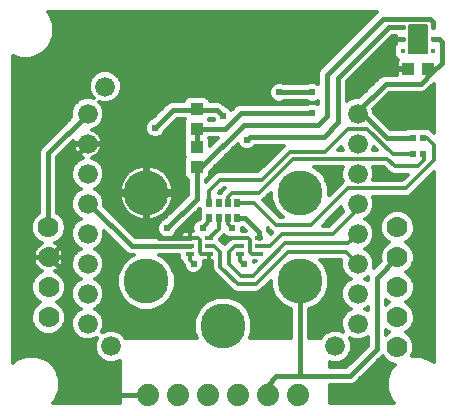
<source format=gtl>
G75*
%MOIN*%
%OFA0B0*%
%FSLAX25Y25*%
%IPPOS*%
%LPD*%
%AMOC8*
5,1,8,0,0,1.08239X$1,22.5*
%
%ADD10C,0.06600*%
%ADD11R,0.04331X0.03937*%
%ADD12C,0.07000*%
%ADD13C,0.15024*%
%ADD14C,0.07400*%
%ADD15R,0.01575X0.01575*%
%ADD16C,0.00500*%
%ADD17R,0.01969X0.02559*%
%ADD18R,0.03150X0.01575*%
%ADD19R,0.02362X0.01969*%
%ADD20C,0.01600*%
%ADD21C,0.01200*%
%ADD22C,0.02387*%
D10*
X0031246Y0032771D03*
X0039002Y0025222D03*
X0031246Y0042771D03*
X0031246Y0052771D03*
X0031246Y0062771D03*
X0031246Y0072771D03*
X0031246Y0082771D03*
X0031246Y0092771D03*
X0031246Y0102771D03*
X0037033Y0111836D03*
X0121246Y0102771D03*
X0121246Y0092771D03*
X0121246Y0082771D03*
X0121246Y0072771D03*
X0121246Y0062771D03*
X0121246Y0052771D03*
X0121246Y0042771D03*
X0121246Y0032771D03*
X0113805Y0025222D03*
D11*
X0067545Y0084868D03*
X0067545Y0091561D03*
X0067545Y0097663D03*
X0067545Y0104356D03*
X0138017Y0117742D03*
X0144710Y0117742D03*
D12*
X0134474Y0064868D03*
X0134474Y0054907D03*
X0134474Y0044907D03*
X0134474Y0034868D03*
X0134435Y0024868D03*
X0018175Y0034868D03*
X0018175Y0044907D03*
X0018175Y0054868D03*
X0018135Y0064907D03*
D13*
X0050813Y0076403D03*
X0050813Y0046876D03*
X0076403Y0032112D03*
X0101994Y0046876D03*
X0101994Y0076403D03*
D14*
X0101403Y0009021D03*
X0091403Y0009021D03*
X0081403Y0009021D03*
X0071403Y0009021D03*
X0061403Y0009021D03*
X0051403Y0009021D03*
D15*
X0136246Y0123647D03*
X0136246Y0127584D03*
X0136246Y0131521D03*
X0146482Y0131521D03*
X0146482Y0127584D03*
X0146482Y0123647D03*
D16*
X0144317Y0123798D02*
X0138411Y0123798D01*
X0138411Y0124296D02*
X0144317Y0124296D01*
X0144317Y0124795D02*
X0138411Y0124795D01*
X0138411Y0125293D02*
X0144317Y0125293D01*
X0144317Y0125792D02*
X0138411Y0125792D01*
X0138411Y0126290D02*
X0144317Y0126290D01*
X0144317Y0126789D02*
X0138411Y0126789D01*
X0138411Y0127287D02*
X0144317Y0127287D01*
X0144317Y0127786D02*
X0138411Y0127786D01*
X0138411Y0128284D02*
X0144317Y0128284D01*
X0144317Y0128783D02*
X0138411Y0128783D01*
X0138411Y0129281D02*
X0144317Y0129281D01*
X0144317Y0129780D02*
X0138411Y0129780D01*
X0138411Y0130278D02*
X0144317Y0130278D01*
X0144317Y0130777D02*
X0138411Y0130777D01*
X0138411Y0131275D02*
X0144317Y0131275D01*
X0144317Y0131774D02*
X0138411Y0131774D01*
X0138411Y0132272D02*
X0144317Y0132272D01*
X0144317Y0132309D02*
X0138411Y0132309D01*
X0138411Y0122860D01*
X0144317Y0122860D01*
X0144317Y0132309D01*
X0144317Y0123299D02*
X0138411Y0123299D01*
D17*
X0081128Y0072958D03*
X0077978Y0072958D03*
X0074828Y0072958D03*
X0071679Y0072958D03*
X0071679Y0068037D03*
X0074828Y0068037D03*
X0077978Y0068037D03*
X0081128Y0068037D03*
D18*
X0082112Y0061246D03*
X0082112Y0058687D03*
X0082112Y0056128D03*
X0088411Y0056128D03*
X0088411Y0058687D03*
X0088411Y0061246D03*
X0071679Y0061246D03*
X0071679Y0058687D03*
X0071679Y0056128D03*
X0065380Y0056128D03*
X0065380Y0058687D03*
X0065380Y0061246D03*
D19*
X0139513Y0089277D03*
X0143057Y0089277D03*
X0143057Y0094789D03*
X0139513Y0094789D03*
D20*
X0130852Y0094789D01*
X0122663Y0102978D01*
X0121039Y0102978D01*
X0121246Y0102771D01*
X0121246Y0103529D01*
X0130537Y0112820D01*
X0139500Y0112820D01*
X0139513Y0112807D01*
X0139526Y0112820D01*
X0142348Y0112820D01*
X0146146Y0116618D01*
X0145022Y0117742D01*
X0144710Y0117742D01*
X0146146Y0116618D02*
X0149238Y0119710D01*
X0149238Y0126600D01*
X0148254Y0127584D01*
X0146482Y0127584D01*
X0146482Y0131521D02*
X0146482Y0133293D01*
X0145301Y0134474D01*
X0129553Y0134474D01*
X0110852Y0115773D01*
X0110852Y0101994D01*
X0107899Y0099041D01*
X0083293Y0099041D01*
X0069120Y0084868D01*
X0067545Y0084868D01*
X0067545Y0074435D01*
X0057702Y0064592D01*
X0055143Y0061246D02*
X0050813Y0065576D01*
X0050813Y0076403D01*
X0050813Y0085261D01*
X0043303Y0092771D01*
X0031246Y0092771D01*
X0025222Y0086748D01*
X0025222Y0061639D01*
X0018450Y0054868D01*
X0018175Y0054868D01*
X0025222Y0047820D01*
X0025222Y0018332D01*
X0034533Y0009021D01*
X0051403Y0009021D01*
X0091167Y0009257D02*
X0091403Y0009021D01*
X0091167Y0009257D02*
X0091167Y0012427D01*
X0094120Y0015380D01*
X0101994Y0015380D01*
X0101994Y0046876D01*
X0088411Y0061246D02*
X0088411Y0063411D01*
X0083785Y0068037D01*
X0081128Y0068037D01*
X0065380Y0061246D02*
X0055143Y0061246D01*
X0045891Y0058687D02*
X0065380Y0058687D01*
X0045891Y0058687D02*
X0031807Y0072771D01*
X0031246Y0072771D01*
X0018135Y0064907D02*
X0018135Y0089661D01*
X0031246Y0102771D01*
X0053765Y0098057D02*
X0059671Y0103962D01*
X0067151Y0103962D01*
X0067545Y0104356D01*
X0067939Y0103962D01*
X0074435Y0103962D01*
X0076403Y0101994D01*
X0076994Y0097663D02*
X0082309Y0102978D01*
X0105931Y0102978D01*
X0105931Y0109868D02*
X0095104Y0109868D01*
X0085261Y0095104D02*
X0084277Y0094120D01*
X0085261Y0095104D02*
X0109868Y0095104D01*
X0114789Y0100025D01*
X0114789Y0114789D01*
X0131521Y0131521D01*
X0136246Y0131521D01*
X0136246Y0127584D02*
X0134474Y0127584D01*
X0131521Y0124631D01*
X0131521Y0117742D01*
X0131488Y0117709D01*
X0126561Y0117709D01*
X0131521Y0117742D02*
X0138017Y0117742D01*
X0076994Y0097663D02*
X0067545Y0097663D01*
X0067545Y0091561D01*
X0127584Y0048017D02*
X0134474Y0054907D01*
X0127584Y0048017D02*
X0127584Y0024238D01*
X0118726Y0015380D01*
X0101994Y0015380D01*
D21*
X0020529Y0007196D02*
X0019533Y0006200D01*
X0041954Y0006200D01*
X0041954Y0020492D01*
X0040096Y0019722D01*
X0037908Y0019722D01*
X0035886Y0020559D01*
X0034339Y0022107D01*
X0033502Y0024128D01*
X0033502Y0026316D01*
X0034220Y0028050D01*
X0032340Y0027271D01*
X0030152Y0027271D01*
X0028130Y0028109D01*
X0026583Y0029656D01*
X0025746Y0031677D01*
X0025746Y0033865D01*
X0026583Y0035887D01*
X0028130Y0037434D01*
X0028945Y0037771D01*
X0028130Y0038109D01*
X0026583Y0039656D01*
X0025746Y0041677D01*
X0025746Y0043865D01*
X0026583Y0045887D01*
X0028130Y0047434D01*
X0028945Y0047771D01*
X0028130Y0048109D01*
X0026583Y0049656D01*
X0025746Y0051677D01*
X0025746Y0053865D01*
X0026583Y0055887D01*
X0028130Y0057434D01*
X0028945Y0057771D01*
X0028130Y0058109D01*
X0026583Y0059656D01*
X0025746Y0061677D01*
X0025746Y0063865D01*
X0026583Y0065887D01*
X0028130Y0067434D01*
X0028945Y0067771D01*
X0028130Y0068109D01*
X0026583Y0069656D01*
X0025746Y0071677D01*
X0025746Y0073865D01*
X0026583Y0075887D01*
X0028130Y0077434D01*
X0028945Y0077771D01*
X0028130Y0078109D01*
X0026583Y0079656D01*
X0025746Y0081677D01*
X0025746Y0083865D01*
X0026583Y0085887D01*
X0028130Y0087434D01*
X0029750Y0088105D01*
X0029365Y0088230D01*
X0028677Y0088580D01*
X0028054Y0089034D01*
X0027508Y0089579D01*
X0027055Y0090203D01*
X0026705Y0090890D01*
X0026466Y0091624D01*
X0026348Y0092371D01*
X0030846Y0092371D01*
X0030846Y0093171D01*
X0026348Y0093171D01*
X0026434Y0093717D01*
X0021135Y0088418D01*
X0021135Y0069834D01*
X0021364Y0069739D01*
X0022968Y0068136D01*
X0023835Y0066041D01*
X0023835Y0063773D01*
X0022968Y0061678D01*
X0021364Y0060075D01*
X0020164Y0059578D01*
X0020848Y0059230D01*
X0021497Y0058758D01*
X0022065Y0058190D01*
X0022537Y0057541D01*
X0022901Y0056825D01*
X0023149Y0056062D01*
X0023275Y0055269D01*
X0023275Y0055154D01*
X0018461Y0055154D01*
X0018461Y0054582D01*
X0023275Y0054582D01*
X0023275Y0054466D01*
X0023149Y0053673D01*
X0022901Y0052910D01*
X0022537Y0052195D01*
X0022065Y0051545D01*
X0021497Y0050978D01*
X0020848Y0050506D01*
X0020267Y0050210D01*
X0021404Y0049739D01*
X0023007Y0048136D01*
X0023875Y0046041D01*
X0023875Y0043773D01*
X0023007Y0041678D01*
X0021404Y0040075D01*
X0020951Y0039887D01*
X0021404Y0039700D01*
X0023007Y0038097D01*
X0023875Y0036002D01*
X0023875Y0033734D01*
X0023007Y0031639D01*
X0021404Y0030035D01*
X0019309Y0029168D01*
X0017041Y0029168D01*
X0014946Y0030035D01*
X0013343Y0031639D01*
X0012475Y0033734D01*
X0012475Y0036002D01*
X0013343Y0038097D01*
X0014946Y0039700D01*
X0015399Y0039887D01*
X0014946Y0040075D01*
X0013343Y0041678D01*
X0012475Y0043773D01*
X0012475Y0046041D01*
X0013343Y0048136D01*
X0014946Y0049739D01*
X0016082Y0050210D01*
X0015502Y0050506D01*
X0014852Y0050978D01*
X0014285Y0051545D01*
X0013813Y0052195D01*
X0013448Y0052910D01*
X0013200Y0053673D01*
X0013075Y0054466D01*
X0013075Y0054582D01*
X0017889Y0054582D01*
X0017889Y0055154D01*
X0013075Y0055154D01*
X0013075Y0055269D01*
X0013200Y0056062D01*
X0013448Y0056825D01*
X0013813Y0057541D01*
X0014285Y0058190D01*
X0014852Y0058758D01*
X0015502Y0059230D01*
X0016150Y0059560D01*
X0014907Y0060075D01*
X0013303Y0061678D01*
X0012435Y0063773D01*
X0012435Y0066041D01*
X0013303Y0068136D01*
X0014907Y0069739D01*
X0015135Y0069834D01*
X0015135Y0090258D01*
X0015592Y0091360D01*
X0025794Y0101562D01*
X0025746Y0101677D01*
X0025746Y0103865D01*
X0026583Y0105887D01*
X0028130Y0107434D01*
X0030152Y0108271D01*
X0032340Y0108271D01*
X0033159Y0107932D01*
X0032370Y0108721D01*
X0031533Y0110742D01*
X0031533Y0112930D01*
X0032370Y0114952D01*
X0033918Y0116499D01*
X0035939Y0117336D01*
X0038127Y0117336D01*
X0040149Y0116499D01*
X0041696Y0114952D01*
X0042533Y0112930D01*
X0042533Y0110742D01*
X0041696Y0108721D01*
X0040149Y0107174D01*
X0038127Y0106336D01*
X0035939Y0106336D01*
X0035119Y0106676D01*
X0035908Y0105887D01*
X0036746Y0103865D01*
X0036746Y0101677D01*
X0035908Y0099656D01*
X0034361Y0098109D01*
X0032741Y0097438D01*
X0033127Y0097312D01*
X0033814Y0096962D01*
X0034438Y0096509D01*
X0034983Y0095963D01*
X0035437Y0095339D01*
X0035787Y0094652D01*
X0036025Y0093919D01*
X0036143Y0093171D01*
X0031646Y0093171D01*
X0031646Y0092371D01*
X0036143Y0092371D01*
X0036025Y0091624D01*
X0035787Y0090890D01*
X0035437Y0090203D01*
X0034983Y0089579D01*
X0034438Y0089034D01*
X0033814Y0088580D01*
X0033127Y0088230D01*
X0032741Y0088105D01*
X0034361Y0087434D01*
X0035908Y0085887D01*
X0036746Y0083865D01*
X0036746Y0081677D01*
X0035908Y0079656D01*
X0034361Y0078109D01*
X0033547Y0077771D01*
X0034361Y0077434D01*
X0035908Y0075887D01*
X0036746Y0073865D01*
X0036746Y0072075D01*
X0047134Y0061687D01*
X0055849Y0061687D01*
X0055780Y0061715D01*
X0054825Y0062670D01*
X0054309Y0063917D01*
X0054309Y0065267D01*
X0054825Y0066514D01*
X0055780Y0067469D01*
X0056730Y0067863D01*
X0064545Y0075677D01*
X0064545Y0080699D01*
X0064468Y0080699D01*
X0063180Y0081988D01*
X0063180Y0087747D01*
X0063646Y0088214D01*
X0063180Y0088681D01*
X0063180Y0094440D01*
X0063351Y0094612D01*
X0063180Y0094783D01*
X0063180Y0100543D01*
X0063599Y0100962D01*
X0060914Y0100962D01*
X0057036Y0097085D01*
X0056642Y0096134D01*
X0055688Y0095180D01*
X0054440Y0094663D01*
X0053090Y0094663D01*
X0051843Y0095180D01*
X0050888Y0096134D01*
X0050372Y0097382D01*
X0050372Y0098732D01*
X0050888Y0099979D01*
X0051843Y0100934D01*
X0052793Y0101327D01*
X0057128Y0105662D01*
X0057971Y0106505D01*
X0059074Y0106962D01*
X0063180Y0106962D01*
X0063180Y0107236D01*
X0064468Y0108524D01*
X0070622Y0108524D01*
X0071910Y0107236D01*
X0071910Y0106962D01*
X0075031Y0106962D01*
X0076134Y0106505D01*
X0076978Y0105662D01*
X0077375Y0105264D01*
X0078326Y0104871D01*
X0079142Y0104054D01*
X0079765Y0104677D01*
X0080609Y0105521D01*
X0081712Y0105978D01*
X0104305Y0105978D01*
X0105256Y0106372D01*
X0106606Y0106372D01*
X0107852Y0105855D01*
X0107852Y0106990D01*
X0106606Y0106474D01*
X0105256Y0106474D01*
X0104305Y0106868D01*
X0096729Y0106868D01*
X0095779Y0106474D01*
X0094429Y0106474D01*
X0093182Y0106991D01*
X0092227Y0107945D01*
X0091710Y0109193D01*
X0091710Y0110543D01*
X0092227Y0111790D01*
X0093182Y0112745D01*
X0094429Y0113261D01*
X0095779Y0113261D01*
X0096729Y0112868D01*
X0104305Y0112868D01*
X0105256Y0113261D01*
X0106606Y0113261D01*
X0107852Y0112745D01*
X0107852Y0116370D01*
X0108309Y0117473D01*
X0127009Y0136173D01*
X0127600Y0136764D01*
X0017895Y0136764D01*
X0018579Y0136080D01*
X0020028Y0132580D01*
X0020028Y0128793D01*
X0018579Y0125293D01*
X0015901Y0122615D01*
X0012401Y0121165D01*
X0008613Y0121165D01*
X0006200Y0122165D01*
X0006200Y0019797D01*
X0007064Y0020661D01*
X0010564Y0022111D01*
X0014351Y0022111D01*
X0017851Y0020661D01*
X0020529Y0017983D01*
X0021979Y0014483D01*
X0021979Y0010695D01*
X0020529Y0007196D01*
X0020599Y0007365D02*
X0041954Y0007365D01*
X0041954Y0008563D02*
X0021096Y0008563D01*
X0021592Y0009762D02*
X0041954Y0009762D01*
X0041954Y0010960D02*
X0021979Y0010960D01*
X0021979Y0012159D02*
X0041954Y0012159D01*
X0041954Y0013358D02*
X0021979Y0013358D01*
X0021949Y0014556D02*
X0041954Y0014556D01*
X0041954Y0015755D02*
X0021452Y0015755D01*
X0020956Y0016953D02*
X0041954Y0016953D01*
X0041954Y0018152D02*
X0020360Y0018152D01*
X0019162Y0019350D02*
X0041954Y0019350D01*
X0035912Y0020549D02*
X0017963Y0020549D01*
X0015229Y0021747D02*
X0034698Y0021747D01*
X0033991Y0022946D02*
X0006200Y0022946D01*
X0006200Y0024144D02*
X0033502Y0024144D01*
X0033502Y0025343D02*
X0006200Y0025343D01*
X0006200Y0026541D02*
X0033595Y0026541D01*
X0033470Y0027740D02*
X0034091Y0027740D01*
X0036027Y0029943D02*
X0036746Y0031677D01*
X0036746Y0033865D01*
X0035908Y0035887D01*
X0034361Y0037434D01*
X0033547Y0037771D01*
X0034361Y0038109D01*
X0035908Y0039656D01*
X0036746Y0041677D01*
X0036746Y0043865D01*
X0035908Y0045887D01*
X0034361Y0047434D01*
X0033547Y0047771D01*
X0034361Y0048109D01*
X0035908Y0049656D01*
X0036746Y0051677D01*
X0036746Y0053865D01*
X0035908Y0055887D01*
X0034361Y0057434D01*
X0033547Y0057771D01*
X0034361Y0058109D01*
X0035908Y0059656D01*
X0036746Y0061677D01*
X0036746Y0063590D01*
X0043348Y0056987D01*
X0044192Y0056143D01*
X0045295Y0055687D01*
X0046706Y0055687D01*
X0045311Y0055109D01*
X0042579Y0052377D01*
X0041101Y0048807D01*
X0041101Y0044944D01*
X0042579Y0041374D01*
X0045311Y0038642D01*
X0048881Y0037164D01*
X0052744Y0037164D01*
X0056314Y0038642D01*
X0059046Y0041374D01*
X0060524Y0044944D01*
X0060524Y0048807D01*
X0059046Y0052377D01*
X0056314Y0055109D01*
X0054919Y0055687D01*
X0061605Y0055687D01*
X0061605Y0054429D01*
X0062580Y0053454D01*
X0062580Y0053405D01*
X0063006Y0052376D01*
X0063167Y0052215D01*
X0063167Y0052106D01*
X0063684Y0050859D01*
X0064638Y0049904D01*
X0065886Y0049387D01*
X0067236Y0049387D01*
X0068483Y0049904D01*
X0069438Y0050859D01*
X0069954Y0052106D01*
X0069954Y0053456D01*
X0069830Y0053757D01*
X0069893Y0053740D01*
X0071679Y0053740D01*
X0072587Y0053740D01*
X0072587Y0051271D01*
X0073014Y0050242D01*
X0079738Y0043518D01*
X0080767Y0043091D01*
X0087787Y0043091D01*
X0088816Y0043518D01*
X0089604Y0044305D01*
X0092282Y0046984D01*
X0092282Y0044944D01*
X0093760Y0041374D01*
X0096492Y0038642D01*
X0098994Y0037606D01*
X0098994Y0028175D01*
X0085284Y0028175D01*
X0086115Y0030180D01*
X0086115Y0034044D01*
X0084636Y0037613D01*
X0081904Y0040345D01*
X0078335Y0041824D01*
X0074471Y0041824D01*
X0070902Y0040345D01*
X0068170Y0037613D01*
X0066691Y0034044D01*
X0066691Y0030180D01*
X0067522Y0028175D01*
X0043732Y0028175D01*
X0043664Y0028338D01*
X0042117Y0029885D01*
X0040096Y0030722D01*
X0037908Y0030722D01*
X0036027Y0029943D01*
X0036108Y0030137D02*
X0036494Y0030137D01*
X0036604Y0031335D02*
X0066691Y0031335D01*
X0066709Y0030137D02*
X0041509Y0030137D01*
X0043064Y0028938D02*
X0067206Y0028938D01*
X0066691Y0032534D02*
X0036746Y0032534D01*
X0036746Y0033732D02*
X0066691Y0033732D01*
X0067059Y0034931D02*
X0036304Y0034931D01*
X0035666Y0036129D02*
X0067555Y0036129D01*
X0068052Y0037328D02*
X0053140Y0037328D01*
X0056034Y0038526D02*
X0069083Y0038526D01*
X0070282Y0039725D02*
X0057396Y0039725D01*
X0058595Y0040923D02*
X0072298Y0040923D01*
X0077539Y0045717D02*
X0060524Y0045717D01*
X0060524Y0046916D02*
X0076340Y0046916D01*
X0075142Y0048114D02*
X0060524Y0048114D01*
X0060315Y0049313D02*
X0073943Y0049313D01*
X0072902Y0050511D02*
X0069090Y0050511D01*
X0069790Y0051710D02*
X0072587Y0051710D01*
X0072587Y0052908D02*
X0069954Y0052908D01*
X0071679Y0053740D02*
X0071679Y0055699D01*
X0071679Y0053740D01*
X0071679Y0054107D02*
X0071679Y0054107D01*
X0071679Y0055305D02*
X0071679Y0055305D01*
X0071679Y0055699D02*
X0071679Y0055699D01*
X0071679Y0056128D02*
X0069120Y0056128D01*
X0068529Y0056718D01*
X0068529Y0060655D01*
X0067939Y0061246D01*
X0065380Y0061246D01*
X0065380Y0064395D01*
X0065576Y0064592D01*
X0066120Y0064893D02*
X0062246Y0064893D01*
X0063187Y0063524D02*
X0062822Y0063313D01*
X0062524Y0063015D01*
X0062314Y0062651D01*
X0062205Y0062244D01*
X0062205Y0061687D01*
X0059556Y0061687D01*
X0059625Y0061715D01*
X0060579Y0062670D01*
X0060973Y0063620D01*
X0068494Y0071142D01*
X0068494Y0070767D01*
X0068764Y0070498D01*
X0068494Y0070228D01*
X0068494Y0067843D01*
X0067591Y0067469D01*
X0066636Y0066514D01*
X0066120Y0065267D01*
X0066120Y0063917D01*
X0066237Y0063633D01*
X0065380Y0063633D01*
X0065380Y0061687D01*
X0065379Y0061687D01*
X0065379Y0063633D01*
X0063594Y0063633D01*
X0063187Y0063524D01*
X0062272Y0062496D02*
X0060406Y0062496D01*
X0061048Y0063695D02*
X0066212Y0063695D01*
X0065379Y0062496D02*
X0065380Y0062496D01*
X0069513Y0064592D02*
X0071482Y0066561D01*
X0071482Y0067840D01*
X0071679Y0068037D01*
X0074828Y0068037D02*
X0074828Y0064395D01*
X0071679Y0061246D01*
X0071679Y0058687D02*
X0073462Y0058687D01*
X0074654Y0057495D01*
X0074654Y0057483D01*
X0075387Y0056750D01*
X0075387Y0051828D01*
X0081324Y0045891D01*
X0087230Y0045891D01*
X0098057Y0056718D01*
X0117299Y0056718D01*
X0121246Y0052771D01*
X0115746Y0052908D02*
X0109695Y0052908D01*
X0110227Y0052377D02*
X0108686Y0053918D01*
X0115768Y0053918D01*
X0115746Y0053865D01*
X0115746Y0051677D01*
X0116583Y0049656D01*
X0118130Y0048109D01*
X0118945Y0047771D01*
X0118130Y0047434D01*
X0116583Y0045887D01*
X0115746Y0043865D01*
X0115746Y0041677D01*
X0116583Y0039656D01*
X0118130Y0038109D01*
X0118945Y0037771D01*
X0118130Y0037434D01*
X0116583Y0035887D01*
X0115746Y0033865D01*
X0115746Y0031677D01*
X0116399Y0030101D01*
X0114899Y0030722D01*
X0112711Y0030722D01*
X0110689Y0029885D01*
X0109142Y0028338D01*
X0109075Y0028175D01*
X0104994Y0028175D01*
X0104994Y0037606D01*
X0107495Y0038642D01*
X0110227Y0041374D01*
X0111705Y0044944D01*
X0111705Y0048807D01*
X0110227Y0052377D01*
X0110503Y0051710D02*
X0115746Y0051710D01*
X0116229Y0050511D02*
X0111000Y0050511D01*
X0111496Y0049313D02*
X0116926Y0049313D01*
X0118124Y0048114D02*
X0111705Y0048114D01*
X0111705Y0046916D02*
X0117612Y0046916D01*
X0116513Y0045717D02*
X0111705Y0045717D01*
X0111529Y0044519D02*
X0116016Y0044519D01*
X0115746Y0043320D02*
X0111033Y0043320D01*
X0110537Y0042122D02*
X0115746Y0042122D01*
X0116058Y0040923D02*
X0109776Y0040923D01*
X0108577Y0039725D02*
X0116554Y0039725D01*
X0117713Y0038526D02*
X0107215Y0038526D01*
X0104994Y0037328D02*
X0118024Y0037328D01*
X0116825Y0036129D02*
X0104994Y0036129D01*
X0104994Y0034931D02*
X0116187Y0034931D01*
X0115746Y0033732D02*
X0104994Y0033732D01*
X0104994Y0032534D02*
X0115746Y0032534D01*
X0115887Y0031335D02*
X0104994Y0031335D01*
X0104994Y0030137D02*
X0111298Y0030137D01*
X0109743Y0028938D02*
X0104994Y0028938D01*
X0098994Y0028938D02*
X0085601Y0028938D01*
X0086097Y0030137D02*
X0098994Y0030137D01*
X0098994Y0031335D02*
X0086115Y0031335D01*
X0086115Y0032534D02*
X0098994Y0032534D01*
X0098994Y0033732D02*
X0086115Y0033732D01*
X0085748Y0034931D02*
X0098994Y0034931D01*
X0098994Y0036129D02*
X0085251Y0036129D01*
X0084755Y0037328D02*
X0098994Y0037328D01*
X0096773Y0038526D02*
X0083723Y0038526D01*
X0082525Y0039725D02*
X0095410Y0039725D01*
X0094211Y0040923D02*
X0080509Y0040923D01*
X0080215Y0043320D02*
X0059852Y0043320D01*
X0059355Y0042122D02*
X0093451Y0042122D01*
X0092954Y0043320D02*
X0088340Y0043320D01*
X0089817Y0044519D02*
X0092458Y0044519D01*
X0092282Y0045717D02*
X0091016Y0045717D01*
X0092214Y0046916D02*
X0092282Y0046916D01*
X0086246Y0048844D02*
X0097072Y0059671D01*
X0118145Y0059671D01*
X0121246Y0062771D01*
X0125154Y0058901D02*
X0130407Y0058901D01*
X0129642Y0058136D02*
X0131245Y0059739D01*
X0131603Y0059887D01*
X0131245Y0060035D01*
X0129642Y0061639D01*
X0128774Y0063734D01*
X0128774Y0066002D01*
X0129642Y0068097D01*
X0131245Y0069700D01*
X0133340Y0070568D01*
X0135608Y0070568D01*
X0137703Y0069700D01*
X0139306Y0068097D01*
X0140174Y0066002D01*
X0140174Y0063734D01*
X0139306Y0061639D01*
X0137703Y0060035D01*
X0137345Y0059887D01*
X0137703Y0059739D01*
X0139306Y0058136D01*
X0140174Y0056041D01*
X0140174Y0053773D01*
X0139306Y0051678D01*
X0137703Y0050075D01*
X0137298Y0049907D01*
X0137703Y0049739D01*
X0139306Y0048136D01*
X0140174Y0046041D01*
X0140174Y0043773D01*
X0139306Y0041678D01*
X0137703Y0040075D01*
X0137250Y0039887D01*
X0137703Y0039700D01*
X0139306Y0038097D01*
X0140174Y0036002D01*
X0140174Y0033734D01*
X0139306Y0031639D01*
X0137703Y0030035D01*
X0137278Y0029860D01*
X0137663Y0029700D01*
X0139267Y0028097D01*
X0140135Y0026002D01*
X0140135Y0023734D01*
X0139462Y0022111D01*
X0142304Y0022111D01*
X0145804Y0020661D01*
X0146606Y0019858D01*
X0146606Y0083269D01*
X0139630Y0076293D01*
X0138843Y0075506D01*
X0137814Y0075080D01*
X0126243Y0075080D01*
X0126746Y0073865D01*
X0126746Y0071677D01*
X0125908Y0069656D01*
X0124361Y0068109D01*
X0123547Y0067771D01*
X0124361Y0067434D01*
X0125908Y0065887D01*
X0126746Y0063865D01*
X0126746Y0061677D01*
X0125908Y0059656D01*
X0124361Y0058109D01*
X0123547Y0057771D01*
X0124361Y0057434D01*
X0125908Y0055887D01*
X0126746Y0053865D01*
X0126746Y0051677D01*
X0126565Y0051240D01*
X0128869Y0053545D01*
X0128774Y0053773D01*
X0128774Y0056041D01*
X0129642Y0058136D01*
X0129462Y0057702D02*
X0123713Y0057702D01*
X0125291Y0056504D02*
X0128966Y0056504D01*
X0128774Y0055305D02*
X0126149Y0055305D01*
X0126646Y0054107D02*
X0128774Y0054107D01*
X0128233Y0052908D02*
X0126746Y0052908D01*
X0126746Y0051710D02*
X0127034Y0051710D01*
X0124584Y0048332D02*
X0124584Y0047211D01*
X0124361Y0047434D01*
X0123547Y0047771D01*
X0124361Y0048109D01*
X0124584Y0048332D01*
X0124584Y0048114D02*
X0124367Y0048114D01*
X0130584Y0040736D02*
X0131245Y0040075D01*
X0131698Y0039887D01*
X0131245Y0039700D01*
X0130584Y0039039D01*
X0130584Y0040736D01*
X0130584Y0039725D02*
X0131305Y0039725D01*
X0137643Y0039725D02*
X0146606Y0039725D01*
X0146606Y0040923D02*
X0138551Y0040923D01*
X0139490Y0042122D02*
X0146606Y0042122D01*
X0146606Y0043320D02*
X0139986Y0043320D01*
X0140174Y0044519D02*
X0146606Y0044519D01*
X0146606Y0045717D02*
X0140174Y0045717D01*
X0139812Y0046916D02*
X0146606Y0046916D01*
X0146606Y0048114D02*
X0139315Y0048114D01*
X0138129Y0049313D02*
X0146606Y0049313D01*
X0146606Y0050511D02*
X0138139Y0050511D01*
X0139319Y0051710D02*
X0146606Y0051710D01*
X0146606Y0052908D02*
X0139816Y0052908D01*
X0140174Y0054107D02*
X0146606Y0054107D01*
X0146606Y0055305D02*
X0140174Y0055305D01*
X0139982Y0056504D02*
X0146606Y0056504D01*
X0146606Y0057702D02*
X0139486Y0057702D01*
X0138541Y0058901D02*
X0146606Y0058901D01*
X0146606Y0060099D02*
X0137767Y0060099D01*
X0138965Y0061298D02*
X0146606Y0061298D01*
X0146606Y0062496D02*
X0139661Y0062496D01*
X0140158Y0063695D02*
X0146606Y0063695D01*
X0146606Y0064893D02*
X0140174Y0064893D01*
X0140137Y0066092D02*
X0146606Y0066092D01*
X0146606Y0067291D02*
X0139640Y0067291D01*
X0138914Y0068489D02*
X0146606Y0068489D01*
X0146606Y0069688D02*
X0137715Y0069688D01*
X0139017Y0075680D02*
X0146606Y0075680D01*
X0146606Y0074482D02*
X0126490Y0074482D01*
X0126746Y0073283D02*
X0146606Y0073283D01*
X0146606Y0072085D02*
X0126746Y0072085D01*
X0126418Y0070886D02*
X0146606Y0070886D01*
X0146606Y0076879D02*
X0140216Y0076879D01*
X0141414Y0078077D02*
X0146606Y0078077D01*
X0146606Y0079276D02*
X0142613Y0079276D01*
X0143811Y0080474D02*
X0146606Y0080474D01*
X0146606Y0081673D02*
X0145010Y0081673D01*
X0146208Y0082871D02*
X0146606Y0082871D01*
X0146606Y0087229D02*
X0137257Y0077880D01*
X0117988Y0077880D01*
X0105685Y0065576D01*
X0094120Y0065576D01*
X0086738Y0072958D01*
X0081128Y0072958D01*
X0077978Y0072958D02*
X0077978Y0075025D01*
X0079356Y0076403D01*
X0088214Y0076403D01*
X0099533Y0087722D01*
X0131029Y0087722D01*
X0133490Y0085261D01*
X0141364Y0085261D01*
X0143332Y0087230D01*
X0143332Y0089002D01*
X0143057Y0089277D01*
X0139513Y0089277D02*
X0139435Y0089198D01*
X0132998Y0089198D01*
X0124385Y0097811D01*
X0117988Y0097811D01*
X0110360Y0090183D01*
X0098549Y0090183D01*
X0089198Y0080832D01*
X0075419Y0080832D01*
X0071679Y0077092D01*
X0071679Y0072958D01*
X0068494Y0070886D02*
X0068239Y0070886D01*
X0068494Y0069688D02*
X0067040Y0069688D01*
X0065842Y0068489D02*
X0068494Y0068489D01*
X0067412Y0067291D02*
X0064643Y0067291D01*
X0063445Y0066092D02*
X0066461Y0066092D01*
X0060952Y0072085D02*
X0058841Y0072085D01*
X0059002Y0072364D02*
X0059459Y0073468D01*
X0059768Y0074622D01*
X0059924Y0075803D01*
X0051413Y0075803D01*
X0051413Y0077003D01*
X0059924Y0077003D01*
X0059768Y0078185D01*
X0059459Y0079338D01*
X0059002Y0080442D01*
X0058405Y0081476D01*
X0057678Y0082424D01*
X0056833Y0083268D01*
X0055886Y0083996D01*
X0054851Y0084593D01*
X0053748Y0085050D01*
X0052594Y0085359D01*
X0051413Y0085515D01*
X0051413Y0077003D01*
X0050213Y0077003D01*
X0050213Y0085515D01*
X0049031Y0085359D01*
X0047877Y0085050D01*
X0046774Y0084593D01*
X0045739Y0083996D01*
X0044792Y0083268D01*
X0043947Y0082424D01*
X0043220Y0081476D01*
X0042623Y0080442D01*
X0042166Y0079338D01*
X0041857Y0078185D01*
X0041701Y0077003D01*
X0050213Y0077003D01*
X0050213Y0075803D01*
X0051413Y0075803D01*
X0051413Y0067292D01*
X0052594Y0067447D01*
X0053748Y0067756D01*
X0054851Y0068213D01*
X0055886Y0068811D01*
X0056833Y0069538D01*
X0057678Y0070382D01*
X0058405Y0071330D01*
X0059002Y0072364D01*
X0059383Y0073283D02*
X0062151Y0073283D01*
X0063349Y0074482D02*
X0059731Y0074482D01*
X0059908Y0075680D02*
X0064545Y0075680D01*
X0064545Y0076879D02*
X0051413Y0076879D01*
X0051413Y0078077D02*
X0050213Y0078077D01*
X0050213Y0076879D02*
X0034916Y0076879D01*
X0034285Y0078077D02*
X0041843Y0078077D01*
X0042149Y0079276D02*
X0035528Y0079276D01*
X0036247Y0080474D02*
X0042642Y0080474D01*
X0043371Y0081673D02*
X0036744Y0081673D01*
X0036746Y0082871D02*
X0044395Y0082871D01*
X0045868Y0084070D02*
X0036661Y0084070D01*
X0036165Y0085268D02*
X0048692Y0085268D01*
X0050213Y0085268D02*
X0051413Y0085268D01*
X0051413Y0084070D02*
X0050213Y0084070D01*
X0050213Y0082871D02*
X0051413Y0082871D01*
X0051413Y0081673D02*
X0050213Y0081673D01*
X0050213Y0080474D02*
X0051413Y0080474D01*
X0051413Y0079276D02*
X0050213Y0079276D01*
X0050213Y0075803D02*
X0041701Y0075803D01*
X0041857Y0074622D01*
X0042166Y0073468D01*
X0042623Y0072364D01*
X0043220Y0071330D01*
X0043947Y0070382D01*
X0044792Y0069538D01*
X0045739Y0068811D01*
X0046774Y0068213D01*
X0047877Y0067756D01*
X0049031Y0067447D01*
X0050213Y0067292D01*
X0050213Y0075803D01*
X0050213Y0075680D02*
X0051413Y0075680D01*
X0051413Y0074482D02*
X0050213Y0074482D01*
X0050213Y0073283D02*
X0051413Y0073283D01*
X0051413Y0072085D02*
X0050213Y0072085D01*
X0050213Y0070886D02*
X0051413Y0070886D01*
X0051413Y0069688D02*
X0050213Y0069688D01*
X0050213Y0068489D02*
X0051413Y0068489D01*
X0055329Y0068489D02*
X0057357Y0068489D01*
X0056983Y0069688D02*
X0058555Y0069688D01*
X0058064Y0070886D02*
X0059754Y0070886D01*
X0055601Y0067291D02*
X0041530Y0067291D01*
X0040332Y0068489D02*
X0046297Y0068489D01*
X0044642Y0069688D02*
X0039133Y0069688D01*
X0037935Y0070886D02*
X0043561Y0070886D01*
X0042785Y0072085D02*
X0036746Y0072085D01*
X0036746Y0073283D02*
X0042242Y0073283D01*
X0041894Y0074482D02*
X0036490Y0074482D01*
X0035994Y0075680D02*
X0041717Y0075680D01*
X0042729Y0066092D02*
X0054650Y0066092D01*
X0054309Y0064893D02*
X0043927Y0064893D01*
X0045126Y0063695D02*
X0054401Y0063695D01*
X0054999Y0062496D02*
X0046324Y0062496D01*
X0042633Y0057702D02*
X0033713Y0057702D01*
X0035154Y0058901D02*
X0041434Y0058901D01*
X0040236Y0060099D02*
X0036092Y0060099D01*
X0036589Y0061298D02*
X0039037Y0061298D01*
X0037839Y0062496D02*
X0036746Y0062496D01*
X0035291Y0056504D02*
X0043831Y0056504D01*
X0045786Y0055305D02*
X0036149Y0055305D01*
X0036646Y0054107D02*
X0044309Y0054107D01*
X0043111Y0052908D02*
X0036746Y0052908D01*
X0036746Y0051710D02*
X0042303Y0051710D01*
X0041807Y0050511D02*
X0036263Y0050511D01*
X0035565Y0049313D02*
X0041310Y0049313D01*
X0041101Y0048114D02*
X0034367Y0048114D01*
X0034879Y0046916D02*
X0041101Y0046916D01*
X0041101Y0045717D02*
X0035979Y0045717D01*
X0036475Y0044519D02*
X0041277Y0044519D01*
X0041773Y0043320D02*
X0036746Y0043320D01*
X0036746Y0042122D02*
X0042270Y0042122D01*
X0043030Y0040923D02*
X0036433Y0040923D01*
X0035937Y0039725D02*
X0044229Y0039725D01*
X0045591Y0038526D02*
X0034779Y0038526D01*
X0034467Y0037328D02*
X0048485Y0037328D01*
X0060348Y0044519D02*
X0078737Y0044519D01*
X0082309Y0048844D02*
X0086246Y0048844D01*
X0082309Y0048844D02*
X0078372Y0052781D01*
X0078372Y0056718D01*
X0079137Y0057483D01*
X0079137Y0057495D01*
X0080329Y0058687D01*
X0082112Y0058687D01*
X0082112Y0061246D02*
X0076797Y0061246D01*
X0076403Y0060655D01*
X0076009Y0060099D02*
X0077782Y0060099D01*
X0076895Y0059213D02*
X0078743Y0061060D01*
X0078937Y0061141D01*
X0078937Y0061198D01*
X0078681Y0061198D01*
X0077434Y0061715D01*
X0076771Y0062378D01*
X0075454Y0061061D01*
X0075454Y0060655D01*
X0076895Y0059213D01*
X0075691Y0061298D02*
X0078441Y0061298D01*
X0082112Y0061246D02*
X0084671Y0061246D01*
X0085261Y0060655D01*
X0085261Y0056718D01*
X0085852Y0056128D01*
X0088411Y0056128D01*
X0088411Y0058687D02*
X0092151Y0058687D01*
X0096088Y0062624D01*
X0112820Y0062624D01*
X0120694Y0070498D01*
X0120694Y0072220D01*
X0121246Y0072771D01*
X0116073Y0070886D02*
X0114954Y0070886D01*
X0115746Y0071677D02*
X0116381Y0070144D01*
X0111661Y0065424D01*
X0109492Y0065424D01*
X0115746Y0071678D01*
X0115746Y0071677D01*
X0115925Y0069688D02*
X0113756Y0069688D01*
X0114726Y0068489D02*
X0112557Y0068489D01*
X0113528Y0067291D02*
X0111359Y0067291D01*
X0112329Y0066092D02*
X0110160Y0066092D01*
X0111705Y0075557D02*
X0111705Y0078335D01*
X0110227Y0081904D01*
X0107495Y0084636D01*
X0106805Y0084922D01*
X0116183Y0084922D01*
X0115746Y0083865D01*
X0115746Y0081677D01*
X0116355Y0080206D01*
X0115614Y0079466D01*
X0111705Y0075557D01*
X0111705Y0075680D02*
X0111829Y0075680D01*
X0111705Y0076879D02*
X0113027Y0076879D01*
X0114226Y0078077D02*
X0111705Y0078077D01*
X0111316Y0079276D02*
X0115424Y0079276D01*
X0116244Y0080474D02*
X0110819Y0080474D01*
X0110323Y0081673D02*
X0115748Y0081673D01*
X0115746Y0082871D02*
X0109260Y0082871D01*
X0108062Y0084070D02*
X0115830Y0084070D01*
X0116224Y0090522D02*
X0114659Y0090522D01*
X0115766Y0091629D01*
X0116224Y0090522D01*
X0115918Y0091261D02*
X0115398Y0091261D01*
X0126267Y0090522D02*
X0126691Y0091545D01*
X0127714Y0090522D01*
X0126267Y0090522D01*
X0126573Y0091261D02*
X0126976Y0091261D01*
X0132095Y0097789D02*
X0126746Y0103138D01*
X0126746Y0103865D01*
X0126476Y0104517D01*
X0131780Y0109820D01*
X0138885Y0109820D01*
X0138917Y0109807D01*
X0140110Y0109807D01*
X0140142Y0109820D01*
X0142945Y0109820D01*
X0144047Y0110277D01*
X0146606Y0112836D01*
X0146606Y0096432D01*
X0146438Y0096601D01*
X0146438Y0096684D01*
X0145149Y0097973D01*
X0137421Y0097973D01*
X0137237Y0097789D01*
X0132095Y0097789D01*
X0131432Y0098452D02*
X0146606Y0098452D01*
X0146606Y0099650D02*
X0130233Y0099650D01*
X0129035Y0100849D02*
X0146606Y0100849D01*
X0146606Y0102047D02*
X0127836Y0102047D01*
X0126746Y0103246D02*
X0146606Y0103246D01*
X0146606Y0104444D02*
X0126506Y0104444D01*
X0127602Y0105643D02*
X0146606Y0105643D01*
X0146606Y0106841D02*
X0128801Y0106841D01*
X0129999Y0108040D02*
X0146606Y0108040D01*
X0146606Y0109238D02*
X0131198Y0109238D01*
X0127506Y0114032D02*
X0118275Y0114032D01*
X0117789Y0113546D02*
X0132764Y0128521D01*
X0133858Y0128521D01*
X0133858Y0127584D01*
X0133858Y0126586D01*
X0133967Y0126179D01*
X0134013Y0126100D01*
X0133258Y0125346D01*
X0133258Y0121949D01*
X0134547Y0120660D01*
X0134553Y0120660D01*
X0134361Y0120328D01*
X0134252Y0119921D01*
X0134252Y0118126D01*
X0137633Y0118126D01*
X0137633Y0117357D01*
X0134252Y0117357D01*
X0134252Y0115820D01*
X0129940Y0115820D01*
X0128838Y0115364D01*
X0127994Y0114520D01*
X0121745Y0108271D01*
X0120152Y0108271D01*
X0118130Y0107434D01*
X0117789Y0107093D01*
X0117789Y0113546D01*
X0117789Y0112834D02*
X0126308Y0112834D01*
X0125109Y0111635D02*
X0117789Y0111635D01*
X0117789Y0110437D02*
X0123911Y0110437D01*
X0122712Y0109238D02*
X0117789Y0109238D01*
X0117789Y0108040D02*
X0119593Y0108040D01*
X0119474Y0115231D02*
X0128705Y0115231D01*
X0134252Y0116429D02*
X0120672Y0116429D01*
X0121871Y0117628D02*
X0137633Y0117628D01*
X0134252Y0118827D02*
X0123069Y0118827D01*
X0124268Y0120025D02*
X0134280Y0120025D01*
X0133983Y0121224D02*
X0125466Y0121224D01*
X0126665Y0122422D02*
X0133258Y0122422D01*
X0133258Y0123621D02*
X0127863Y0123621D01*
X0129062Y0124819D02*
X0133258Y0124819D01*
X0133930Y0126018D02*
X0130260Y0126018D01*
X0131459Y0127216D02*
X0133858Y0127216D01*
X0133858Y0127584D02*
X0135961Y0127584D01*
X0135961Y0127584D01*
X0133858Y0127584D01*
X0133858Y0128415D02*
X0132657Y0128415D01*
X0125243Y0134407D02*
X0019272Y0134407D01*
X0019768Y0133209D02*
X0124045Y0133209D01*
X0122846Y0132010D02*
X0020028Y0132010D01*
X0020028Y0130812D02*
X0121648Y0130812D01*
X0120449Y0129613D02*
X0020028Y0129613D01*
X0019872Y0128415D02*
X0119251Y0128415D01*
X0118052Y0127216D02*
X0019375Y0127216D01*
X0018879Y0126018D02*
X0116854Y0126018D01*
X0115655Y0124819D02*
X0018105Y0124819D01*
X0016906Y0123621D02*
X0114457Y0123621D01*
X0113258Y0122422D02*
X0015435Y0122422D01*
X0012542Y0121224D02*
X0112060Y0121224D01*
X0110861Y0120025D02*
X0006200Y0120025D01*
X0006200Y0118827D02*
X0109663Y0118827D01*
X0108464Y0117628D02*
X0006200Y0117628D01*
X0006200Y0116429D02*
X0033848Y0116429D01*
X0032650Y0115231D02*
X0006200Y0115231D01*
X0006200Y0114032D02*
X0031990Y0114032D01*
X0031533Y0112834D02*
X0006200Y0112834D01*
X0006200Y0111635D02*
X0031533Y0111635D01*
X0031660Y0110437D02*
X0006200Y0110437D01*
X0006200Y0109238D02*
X0032156Y0109238D01*
X0032898Y0108040D02*
X0033051Y0108040D01*
X0029593Y0108040D02*
X0006200Y0108040D01*
X0006200Y0106841D02*
X0027538Y0106841D01*
X0026482Y0105643D02*
X0006200Y0105643D01*
X0006200Y0104444D02*
X0025986Y0104444D01*
X0025746Y0103246D02*
X0006200Y0103246D01*
X0006200Y0102047D02*
X0025746Y0102047D01*
X0025081Y0100849D02*
X0006200Y0100849D01*
X0006200Y0099650D02*
X0023882Y0099650D01*
X0022684Y0098452D02*
X0006200Y0098452D01*
X0006200Y0097253D02*
X0021485Y0097253D01*
X0020287Y0096055D02*
X0006200Y0096055D01*
X0006200Y0094856D02*
X0019088Y0094856D01*
X0017890Y0093658D02*
X0006200Y0093658D01*
X0006200Y0092459D02*
X0016691Y0092459D01*
X0015551Y0091261D02*
X0006200Y0091261D01*
X0006200Y0090062D02*
X0015135Y0090062D01*
X0015135Y0088864D02*
X0006200Y0088864D01*
X0006200Y0087665D02*
X0015135Y0087665D01*
X0015135Y0086467D02*
X0006200Y0086467D01*
X0006200Y0085268D02*
X0015135Y0085268D01*
X0015135Y0084070D02*
X0006200Y0084070D01*
X0006200Y0082871D02*
X0015135Y0082871D01*
X0015135Y0081673D02*
X0006200Y0081673D01*
X0006200Y0080474D02*
X0015135Y0080474D01*
X0015135Y0079276D02*
X0006200Y0079276D01*
X0006200Y0078077D02*
X0015135Y0078077D01*
X0015135Y0076879D02*
X0006200Y0076879D01*
X0006200Y0075680D02*
X0015135Y0075680D01*
X0015135Y0074482D02*
X0006200Y0074482D01*
X0006200Y0073283D02*
X0015135Y0073283D01*
X0015135Y0072085D02*
X0006200Y0072085D01*
X0006200Y0070886D02*
X0015135Y0070886D01*
X0014855Y0069688D02*
X0006200Y0069688D01*
X0006200Y0068489D02*
X0013656Y0068489D01*
X0012953Y0067291D02*
X0006200Y0067291D01*
X0006200Y0066092D02*
X0012457Y0066092D01*
X0012435Y0064893D02*
X0006200Y0064893D01*
X0006200Y0063695D02*
X0012468Y0063695D01*
X0012964Y0062496D02*
X0006200Y0062496D01*
X0006200Y0061298D02*
X0013684Y0061298D01*
X0014882Y0060099D02*
X0006200Y0060099D01*
X0006200Y0058901D02*
X0015049Y0058901D01*
X0013930Y0057702D02*
X0006200Y0057702D01*
X0006200Y0056504D02*
X0013344Y0056504D01*
X0013081Y0055305D02*
X0006200Y0055305D01*
X0006200Y0054107D02*
X0013132Y0054107D01*
X0013449Y0052908D02*
X0006200Y0052908D01*
X0006200Y0051710D02*
X0014165Y0051710D01*
X0015494Y0050511D02*
X0006200Y0050511D01*
X0006200Y0049313D02*
X0014520Y0049313D01*
X0013334Y0048114D02*
X0006200Y0048114D01*
X0006200Y0046916D02*
X0012837Y0046916D01*
X0012475Y0045717D02*
X0006200Y0045717D01*
X0006200Y0044519D02*
X0012475Y0044519D01*
X0012662Y0043320D02*
X0006200Y0043320D01*
X0006200Y0042122D02*
X0013159Y0042122D01*
X0014098Y0040923D02*
X0006200Y0040923D01*
X0006200Y0039725D02*
X0015006Y0039725D01*
X0013772Y0038526D02*
X0006200Y0038526D01*
X0006200Y0037328D02*
X0013024Y0037328D01*
X0012528Y0036129D02*
X0006200Y0036129D01*
X0006200Y0034931D02*
X0012475Y0034931D01*
X0012476Y0033732D02*
X0006200Y0033732D01*
X0006200Y0032534D02*
X0012972Y0032534D01*
X0013646Y0031335D02*
X0006200Y0031335D01*
X0006200Y0030137D02*
X0014845Y0030137D01*
X0021505Y0030137D02*
X0026384Y0030137D01*
X0025887Y0031335D02*
X0022703Y0031335D01*
X0023378Y0032534D02*
X0025746Y0032534D01*
X0025746Y0033732D02*
X0023874Y0033732D01*
X0023875Y0034931D02*
X0026187Y0034931D01*
X0026825Y0036129D02*
X0023822Y0036129D01*
X0023325Y0037328D02*
X0028024Y0037328D01*
X0027713Y0038526D02*
X0022577Y0038526D01*
X0021344Y0039725D02*
X0026554Y0039725D01*
X0026058Y0040923D02*
X0022252Y0040923D01*
X0023191Y0042122D02*
X0025746Y0042122D01*
X0025746Y0043320D02*
X0023687Y0043320D01*
X0023875Y0044519D02*
X0026016Y0044519D01*
X0026513Y0045717D02*
X0023875Y0045717D01*
X0023512Y0046916D02*
X0027612Y0046916D01*
X0028124Y0048114D02*
X0023016Y0048114D01*
X0021830Y0049313D02*
X0026926Y0049313D01*
X0026229Y0050511D02*
X0020855Y0050511D01*
X0022184Y0051710D02*
X0025746Y0051710D01*
X0025746Y0052908D02*
X0022900Y0052908D01*
X0023218Y0054107D02*
X0025846Y0054107D01*
X0026342Y0055305D02*
X0023269Y0055305D01*
X0023006Y0056504D02*
X0027200Y0056504D01*
X0028778Y0057702D02*
X0022419Y0057702D01*
X0021300Y0058901D02*
X0027338Y0058901D01*
X0026399Y0060099D02*
X0021389Y0060099D01*
X0022587Y0061298D02*
X0025903Y0061298D01*
X0025746Y0062496D02*
X0023307Y0062496D01*
X0023803Y0063695D02*
X0025746Y0063695D01*
X0026172Y0064893D02*
X0023835Y0064893D01*
X0023814Y0066092D02*
X0026788Y0066092D01*
X0027987Y0067291D02*
X0023318Y0067291D01*
X0022615Y0068489D02*
X0027750Y0068489D01*
X0026570Y0069688D02*
X0021416Y0069688D01*
X0021135Y0070886D02*
X0026073Y0070886D01*
X0025746Y0072085D02*
X0021135Y0072085D01*
X0021135Y0073283D02*
X0025746Y0073283D01*
X0026001Y0074482D02*
X0021135Y0074482D01*
X0021135Y0075680D02*
X0026497Y0075680D01*
X0027575Y0076879D02*
X0021135Y0076879D01*
X0021135Y0078077D02*
X0028206Y0078077D01*
X0026963Y0079276D02*
X0021135Y0079276D01*
X0021135Y0080474D02*
X0026244Y0080474D01*
X0025748Y0081673D02*
X0021135Y0081673D01*
X0021135Y0082871D02*
X0025746Y0082871D01*
X0025830Y0084070D02*
X0021135Y0084070D01*
X0021135Y0085268D02*
X0026327Y0085268D01*
X0027163Y0086467D02*
X0021135Y0086467D01*
X0021135Y0087665D02*
X0028689Y0087665D01*
X0028288Y0088864D02*
X0021581Y0088864D01*
X0022779Y0090062D02*
X0027157Y0090062D01*
X0026584Y0091261D02*
X0023978Y0091261D01*
X0025176Y0092459D02*
X0030846Y0092459D01*
X0031646Y0092459D02*
X0063180Y0092459D01*
X0063180Y0091261D02*
X0035907Y0091261D01*
X0035334Y0090062D02*
X0063180Y0090062D01*
X0063180Y0088864D02*
X0034204Y0088864D01*
X0033803Y0087665D02*
X0063180Y0087665D01*
X0063180Y0086467D02*
X0035328Y0086467D01*
X0036066Y0093658D02*
X0063180Y0093658D01*
X0063180Y0094856D02*
X0054907Y0094856D01*
X0056563Y0096055D02*
X0063180Y0096055D01*
X0063180Y0097253D02*
X0057205Y0097253D01*
X0058403Y0098452D02*
X0063180Y0098452D01*
X0063180Y0099650D02*
X0059602Y0099650D01*
X0060800Y0100849D02*
X0063486Y0100849D01*
X0058782Y0106841D02*
X0039347Y0106841D01*
X0041015Y0108040D02*
X0063984Y0108040D01*
X0071106Y0108040D02*
X0092188Y0108040D01*
X0091710Y0109238D02*
X0041910Y0109238D01*
X0042407Y0110437D02*
X0091710Y0110437D01*
X0092163Y0111635D02*
X0042533Y0111635D01*
X0042533Y0112834D02*
X0093397Y0112834D01*
X0093542Y0106841D02*
X0075323Y0106841D01*
X0076997Y0105643D02*
X0080903Y0105643D01*
X0079532Y0104444D02*
X0078752Y0104444D01*
X0073157Y0100962D02*
X0073281Y0100663D01*
X0071790Y0100663D01*
X0071491Y0100962D01*
X0073157Y0100962D01*
X0073204Y0100849D02*
X0071604Y0100849D01*
X0071790Y0094663D02*
X0074672Y0094663D01*
X0071910Y0091901D01*
X0071910Y0094440D01*
X0071739Y0094612D01*
X0071790Y0094663D01*
X0071910Y0093658D02*
X0073667Y0093658D01*
X0072469Y0092459D02*
X0071910Y0092459D01*
X0077358Y0088864D02*
X0093270Y0088864D01*
X0094469Y0090062D02*
X0078557Y0090062D01*
X0079755Y0091261D02*
X0082337Y0091261D01*
X0082355Y0091243D02*
X0083602Y0090726D01*
X0084952Y0090726D01*
X0086200Y0091243D01*
X0087061Y0092104D01*
X0096510Y0092104D01*
X0096175Y0091769D01*
X0088039Y0083632D01*
X0074862Y0083632D01*
X0073833Y0083206D01*
X0073045Y0082418D01*
X0070545Y0079918D01*
X0070545Y0080699D01*
X0070622Y0080699D01*
X0071910Y0081988D01*
X0071910Y0083416D01*
X0081193Y0092698D01*
X0081400Y0092197D01*
X0082355Y0091243D01*
X0081292Y0092459D02*
X0080954Y0092459D01*
X0086218Y0091261D02*
X0095667Y0091261D01*
X0092072Y0087665D02*
X0076160Y0087665D01*
X0074961Y0086467D02*
X0090873Y0086467D01*
X0089675Y0085268D02*
X0073763Y0085268D01*
X0072564Y0084070D02*
X0088476Y0084070D01*
X0092282Y0076511D02*
X0092282Y0074471D01*
X0093760Y0070902D01*
X0096286Y0068376D01*
X0095279Y0068376D01*
X0089677Y0073979D01*
X0089800Y0074029D01*
X0090588Y0074817D01*
X0090588Y0074817D01*
X0092282Y0076511D01*
X0092282Y0075680D02*
X0091451Y0075680D01*
X0092282Y0074482D02*
X0090252Y0074482D01*
X0090373Y0073283D02*
X0092774Y0073283D01*
X0093271Y0072085D02*
X0091571Y0072085D01*
X0092770Y0070886D02*
X0093776Y0070886D01*
X0093968Y0069688D02*
X0094975Y0069688D01*
X0095167Y0068489D02*
X0096173Y0068489D01*
X0091746Y0063990D02*
X0092534Y0063203D01*
X0092657Y0063152D01*
X0092186Y0062681D01*
X0092186Y0062944D01*
X0091411Y0063719D01*
X0091411Y0064008D01*
X0091187Y0064550D01*
X0091746Y0063990D01*
X0092041Y0063695D02*
X0091435Y0063695D01*
X0088411Y0061246D02*
X0088214Y0061443D01*
X0083964Y0063615D02*
X0083897Y0063633D01*
X0082632Y0063633D01*
X0082750Y0063917D01*
X0082750Y0064557D01*
X0083022Y0064557D01*
X0083964Y0063615D01*
X0083884Y0063695D02*
X0082658Y0063695D01*
X0079356Y0064592D02*
X0077978Y0065970D01*
X0077978Y0068037D01*
X0075532Y0076438D02*
X0074984Y0076438D01*
X0076579Y0078032D01*
X0077025Y0078032D01*
X0076982Y0077989D01*
X0075604Y0076611D01*
X0075532Y0076438D01*
X0075425Y0076879D02*
X0075872Y0076879D01*
X0071101Y0080474D02*
X0070545Y0080474D01*
X0071595Y0081673D02*
X0072299Y0081673D01*
X0071910Y0082871D02*
X0073498Y0082871D01*
X0064545Y0080474D02*
X0058984Y0080474D01*
X0059476Y0079276D02*
X0064545Y0079276D01*
X0064545Y0078077D02*
X0059783Y0078077D01*
X0058254Y0081673D02*
X0063495Y0081673D01*
X0063180Y0082871D02*
X0057231Y0082871D01*
X0055757Y0084070D02*
X0063180Y0084070D01*
X0063180Y0085268D02*
X0052933Y0085268D01*
X0052624Y0094856D02*
X0035683Y0094856D01*
X0034892Y0096055D02*
X0050968Y0096055D01*
X0050425Y0097253D02*
X0033242Y0097253D01*
X0034704Y0098452D02*
X0050372Y0098452D01*
X0050752Y0099650D02*
X0035903Y0099650D01*
X0036403Y0100849D02*
X0051758Y0100849D01*
X0053513Y0102047D02*
X0036746Y0102047D01*
X0036746Y0103246D02*
X0054712Y0103246D01*
X0055910Y0104444D02*
X0036506Y0104444D01*
X0036009Y0105643D02*
X0057109Y0105643D01*
X0042077Y0114032D02*
X0107852Y0114032D01*
X0107852Y0112834D02*
X0107638Y0112834D01*
X0107852Y0115231D02*
X0041416Y0115231D01*
X0040218Y0116429D02*
X0107877Y0116429D01*
X0107852Y0106841D02*
X0107493Y0106841D01*
X0104369Y0106841D02*
X0096666Y0106841D01*
X0126308Y0084922D02*
X0129869Y0084922D01*
X0131116Y0083675D01*
X0131904Y0082888D01*
X0132933Y0082461D01*
X0137879Y0082461D01*
X0136097Y0080680D01*
X0126332Y0080680D01*
X0126746Y0081677D01*
X0126746Y0083865D01*
X0126308Y0084922D01*
X0126661Y0084070D02*
X0130722Y0084070D01*
X0131944Y0082871D02*
X0126746Y0082871D01*
X0126744Y0081673D02*
X0137090Y0081673D01*
X0146606Y0087229D02*
X0146606Y0092472D01*
X0144290Y0094789D01*
X0143057Y0094789D01*
X0145869Y0097253D02*
X0146606Y0097253D01*
X0146606Y0110437D02*
X0144207Y0110437D01*
X0145406Y0111635D02*
X0146606Y0111635D01*
X0146604Y0112834D02*
X0146606Y0112834D01*
X0126442Y0135606D02*
X0018775Y0135606D01*
X0008472Y0121224D02*
X0006200Y0121224D01*
X0026375Y0093658D02*
X0026425Y0093658D01*
X0065380Y0056128D02*
X0065380Y0053962D01*
X0066561Y0052781D01*
X0064031Y0050511D02*
X0059819Y0050511D01*
X0059322Y0051710D02*
X0063331Y0051710D01*
X0062785Y0052908D02*
X0058514Y0052908D01*
X0057316Y0054107D02*
X0061927Y0054107D01*
X0061605Y0055305D02*
X0055839Y0055305D01*
X0082112Y0056128D02*
X0082112Y0053569D01*
X0083293Y0052781D01*
X0086562Y0053757D02*
X0086626Y0053740D01*
X0087182Y0053740D01*
X0086687Y0053245D01*
X0086687Y0053456D01*
X0086562Y0053757D01*
X0116312Y0030137D02*
X0116384Y0030137D01*
X0118652Y0027893D02*
X0120152Y0027271D01*
X0122340Y0027271D01*
X0124361Y0028109D01*
X0124584Y0028332D01*
X0124584Y0025480D01*
X0117483Y0018380D01*
X0111836Y0018380D01*
X0111836Y0020084D01*
X0112711Y0019722D01*
X0114899Y0019722D01*
X0116920Y0020559D01*
X0118467Y0022107D01*
X0119305Y0024128D01*
X0119305Y0026316D01*
X0118652Y0027893D01*
X0118715Y0027740D02*
X0119021Y0027740D01*
X0119211Y0026541D02*
X0124584Y0026541D01*
X0124584Y0027740D02*
X0123470Y0027740D01*
X0124446Y0025343D02*
X0119305Y0025343D01*
X0119305Y0024144D02*
X0123248Y0024144D01*
X0122049Y0022946D02*
X0118815Y0022946D01*
X0118108Y0021747D02*
X0120851Y0021747D01*
X0119652Y0020549D02*
X0116894Y0020549D01*
X0118454Y0019350D02*
X0111836Y0019350D01*
X0111836Y0012380D02*
X0119323Y0012380D01*
X0120425Y0012836D01*
X0129284Y0021695D01*
X0129493Y0021904D01*
X0129602Y0021639D01*
X0131206Y0020035D01*
X0133301Y0019168D01*
X0133524Y0019168D01*
X0132339Y0017983D01*
X0130889Y0014483D01*
X0130889Y0010695D01*
X0132339Y0007196D01*
X0133335Y0006200D01*
X0111836Y0006200D01*
X0111836Y0012380D01*
X0111836Y0012159D02*
X0130889Y0012159D01*
X0130889Y0013358D02*
X0120947Y0013358D01*
X0122145Y0014556D02*
X0130919Y0014556D01*
X0131416Y0015755D02*
X0123344Y0015755D01*
X0124542Y0016953D02*
X0131912Y0016953D01*
X0132507Y0018152D02*
X0125741Y0018152D01*
X0126939Y0019350D02*
X0132861Y0019350D01*
X0130693Y0020549D02*
X0128138Y0020549D01*
X0129336Y0021747D02*
X0129558Y0021747D01*
X0130584Y0029078D02*
X0130584Y0030696D01*
X0131245Y0030035D01*
X0131631Y0029876D01*
X0131206Y0029700D01*
X0130584Y0029078D01*
X0130584Y0030137D02*
X0131144Y0030137D01*
X0137804Y0030137D02*
X0146606Y0030137D01*
X0146606Y0031335D02*
X0139002Y0031335D01*
X0139677Y0032534D02*
X0146606Y0032534D01*
X0146606Y0033732D02*
X0140173Y0033732D01*
X0140174Y0034931D02*
X0146606Y0034931D01*
X0146606Y0036129D02*
X0140121Y0036129D01*
X0139625Y0037328D02*
X0146606Y0037328D01*
X0146606Y0038526D02*
X0138877Y0038526D01*
X0138425Y0028938D02*
X0146606Y0028938D01*
X0146606Y0027740D02*
X0139415Y0027740D01*
X0139911Y0026541D02*
X0146606Y0026541D01*
X0146606Y0025343D02*
X0140135Y0025343D01*
X0140135Y0024144D02*
X0146606Y0024144D01*
X0146606Y0022946D02*
X0139808Y0022946D01*
X0143182Y0021747D02*
X0146606Y0021747D01*
X0146606Y0020549D02*
X0145916Y0020549D01*
X0131276Y0009762D02*
X0111836Y0009762D01*
X0111836Y0010960D02*
X0130889Y0010960D01*
X0131772Y0008563D02*
X0111836Y0008563D01*
X0111836Y0007365D02*
X0132269Y0007365D01*
X0124584Y0037211D02*
X0124361Y0037434D01*
X0123547Y0037771D01*
X0124361Y0038109D01*
X0124584Y0038332D01*
X0124584Y0037211D01*
X0124584Y0037328D02*
X0124467Y0037328D01*
X0134317Y0054907D02*
X0134474Y0054907D01*
X0131181Y0060099D02*
X0126092Y0060099D01*
X0126589Y0061298D02*
X0129983Y0061298D01*
X0129287Y0062496D02*
X0126746Y0062496D01*
X0126746Y0063695D02*
X0128790Y0063695D01*
X0128774Y0064893D02*
X0126320Y0064893D01*
X0125703Y0066092D02*
X0128812Y0066092D01*
X0129308Y0067291D02*
X0124505Y0067291D01*
X0124742Y0068489D02*
X0130034Y0068489D01*
X0131233Y0069688D02*
X0125921Y0069688D01*
X0029021Y0027740D02*
X0006200Y0027740D01*
X0006200Y0028938D02*
X0027301Y0028938D01*
X0009686Y0021747D02*
X0006200Y0021747D01*
X0006200Y0020549D02*
X0006952Y0020549D01*
D22*
X0057702Y0064592D03*
X0065576Y0064592D03*
X0069513Y0064592D03*
X0076403Y0060655D03*
X0079356Y0064592D03*
X0083293Y0052781D03*
X0066561Y0052781D03*
X0084277Y0094120D03*
X0076403Y0101994D03*
X0095104Y0109868D03*
X0105931Y0109868D03*
X0105931Y0102978D03*
X0126561Y0117709D03*
X0053765Y0098057D03*
M02*

</source>
